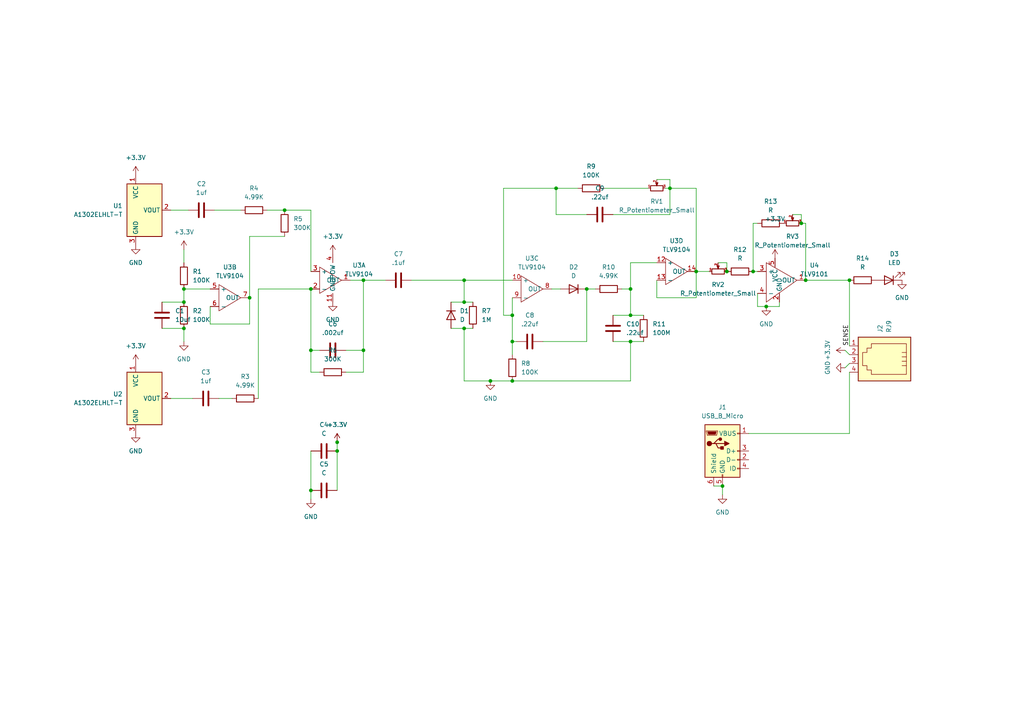
<source format=kicad_sch>
(kicad_sch (version 20211123) (generator eeschema)
  (paper "A4")
  (lib_symbols
    (symbol "Connector:RJ9" (pin_names (offset 1.016))
      (property "Reference" "J" (at -5.08 8.89 0))
      (property "Value" "RJ9" (at 2.54 8.89 0))
      (symbol "RJ9_0_1"
        (polyline (pts (xy -6.35 -0.635) (xy -5.08 -0.635) (xy -5.08 -0.635)))
        (polyline (pts (xy -6.35 0.635) (xy -5.08 0.635) (xy -5.08 0.635)))
        (polyline (pts (xy -6.35 1.905) (xy -5.08 1.905) (xy -5.08 1.905)))
        (polyline (pts (xy -6.35 3.175) (xy -5.08 3.175) (xy -5.08 3.175)))
        (polyline (pts (xy -6.35 -3.175) (xy -6.35 5.715) (xy -1.27 5.715) (xy 3.81 5.715) (xy 3.81 4.445) (xy 5.08 4.445) (xy 5.08 3.175) (xy 6.35 3.175) (xy 6.35 -0.635) (xy 5.08 -0.635) (xy 5.08 -1.905) (xy 3.81 -1.905) (xy 3.81 -3.175) (xy -6.35 -3.175) (xy -6.35 -3.175)))
        (rectangle (start 7.62 7.62) (end -7.62 -5.08) (stroke (width 0.254)) (fill (type background)))
      )
      (symbol "RJ9_1_1"
        (pin passive line (at 10.16 -2.54 180) (length 2.54) (name "~") (number "1"))
        (pin passive line (at 10.16 0 180) (length 2.54) (name "~") (number "2"))
        (pin passive line (at 10.16 2.54 180) (length 2.54) (name "~") (number "3"))
        (pin passive line (at 10.16 5.08 180) (length 2.54) (name "~") (number "4"))
      )
    )
    (symbol "Connector:USB_B_Micro" (pin_names (offset 1.016))
      (property "Reference" "J" (at -5.08 11.43 0))
      (property "Value" "USB_B_Micro" (at -5.08 8.89 0))
      (symbol "USB_B_Micro_0_1"
        (rectangle (start -5.08 -7.62) (end 5.08 7.62) (stroke (width 0.254)) (fill (type background)))
        (circle (center -3.81 2.159) (radius 0.635) (stroke (width 0.254)) (fill (type outline)))
        (circle (center -0.635 3.429) (radius 0.381) (stroke (width 0.254)) (fill (type outline)))
        (rectangle (start -0.127 -7.62) (end 0.127 -6.858))
        (polyline (pts (xy -1.905 2.159) (xy 0.635 2.159)) (stroke (width 0.254)))
        (polyline (pts (xy -3.175 2.159) (xy -2.54 2.159) (xy -1.27 3.429) (xy -0.635 3.429)) (stroke (width 0.254)))
        (polyline (pts (xy -2.54 2.159) (xy -1.905 2.159) (xy -1.27 0.889) (xy 0 0.889)) (stroke (width 0.254)))
        (polyline (pts (xy 0.635 2.794) (xy 0.635 1.524) (xy 1.905 2.159) (xy 0.635 2.794)) (stroke (width 0.254)) (fill (type outline)))
        (polyline (pts (xy -4.318 5.588) (xy -1.778 5.588) (xy -2.032 4.826) (xy -4.064 4.826) (xy -4.318 5.588)) (fill (type outline)))
        (polyline (pts (xy -4.699 5.842) (xy -4.699 5.588) (xy -4.445 4.826) (xy -4.445 4.572) (xy -1.651 4.572) (xy -1.651 4.826) (xy -1.397 5.588) (xy -1.397 5.842) (xy -4.699 5.842)))
        (rectangle (start 0.254 1.27) (end -0.508 0.508) (stroke (width 0.254)) (fill (type outline)))
        (rectangle (start 5.08 -5.207) (end 4.318 -4.953))
        (rectangle (start 5.08 -2.667) (end 4.318 -2.413))
        (rectangle (start 5.08 -0.127) (end 4.318 0.127))
        (rectangle (start 5.08 4.953) (end 4.318 5.207))
      )
      (symbol "USB_B_Micro_1_1"
        (pin power_out line (at 7.62 5.08 180) (length 2.54) (name "VBUS") (number "1"))
        (pin bidirectional line (at 7.62 -2.54 180) (length 2.54) (name "D-") (number "2"))
        (pin bidirectional line (at 7.62 0 180) (length 2.54) (name "D+") (number "3"))
        (pin passive line (at 7.62 -5.08 180) (length 2.54) (name "ID") (number "4"))
        (pin power_out line (at 0 -10.16 90) (length 2.54) (name "GND") (number "5"))
        (pin passive line (at -2.54 -10.16 90) (length 2.54) (name "Shield") (number "6"))
      )
    )
    (symbol "Device:C" (pin_numbers hide) (pin_names (offset 0.254))
      (property "Reference" "C" (at 0.635 2.54 0))
      (property "Value" "C" (at 0.635 -2.54 0))
      (symbol "C_0_1"
        (polyline (pts (xy -2.032 -0.762) (xy 2.032 -0.762)) (stroke (width 0.508)))
        (polyline (pts (xy -2.032 0.762) (xy 2.032 0.762)) (stroke (width 0.508)))
      )
      (symbol "C_1_1"
        (pin passive line (at 0 3.81 270) (length 2.794) (name "~") (number "1"))
        (pin passive line (at 0 -3.81 90) (length 2.794) (name "~") (number "2"))
      )
    )
    (symbol "Device:D" (pin_numbers hide) (pin_names (offset 1.016) hide)
      (property "Reference" "D" (at 0 2.54 0))
      (property "Value" "D" (at 0 -2.54 0))
      (symbol "D_0_1"
        (polyline (pts (xy -1.27 1.27) (xy -1.27 -1.27)) (stroke (width 0.254)))
        (polyline (pts (xy 1.27 0) (xy -1.27 0)))
        (polyline (pts (xy 1.27 1.27) (xy 1.27 -1.27) (xy -1.27 0) (xy 1.27 1.27)) (stroke (width 0.254)))
      )
      (symbol "D_1_1"
        (pin passive line (at -3.81 0 0) (length 2.54) (name "K") (number "1"))
        (pin passive line (at 3.81 0 180) (length 2.54) (name "A") (number "2"))
      )
    )
    (symbol "Device:LED" (pin_numbers hide) (pin_names (offset 1.016) hide)
      (property "Reference" "D" (at 0 2.54 0))
      (property "Value" "LED" (at 0 -2.54 0))
      (symbol "LED_0_1"
        (polyline (pts (xy -1.27 -1.27) (xy -1.27 1.27)) (stroke (width 0.254)))
        (polyline (pts (xy -1.27 0) (xy 1.27 0)))
        (polyline (pts (xy 1.27 -1.27) (xy 1.27 1.27) (xy -1.27 0) (xy 1.27 -1.27)) (stroke (width 0.254)))
        (polyline (pts (xy -3.048 -0.762) (xy -4.572 -2.286) (xy -3.81 -2.286) (xy -4.572 -2.286) (xy -4.572 -1.524)))
        (polyline (pts (xy -1.778 -0.762) (xy -3.302 -2.286) (xy -2.54 -2.286) (xy -3.302 -2.286) (xy -3.302 -1.524)))
      )
      (symbol "LED_1_1"
        (pin passive line (at -3.81 0 0) (length 2.54) (name "K") (number "1"))
        (pin passive line (at 3.81 0 180) (length 2.54) (name "A") (number "2"))
      )
    )
    (symbol "Device:R" (pin_numbers hide) (pin_names (offset 0))
      (property "Reference" "R" (at 2.032 0 90))
      (property "Value" "R" (at 0 0 90))
      (symbol "R_0_1"
        (rectangle (start -1.016 -2.54) (end 1.016 2.54) (stroke (width 0.254)))
      )
      (symbol "R_1_1"
        (pin passive line (at 0 3.81 270) (length 1.27) (name "~") (number "1"))
        (pin passive line (at 0 -3.81 90) (length 1.27) (name "~") (number "2"))
      )
    )
    (symbol "Device:R_Potentiometer_Small" (pin_names (offset 1.016) hide)
      (property "Reference" "RV" (at -4.445 0 90))
      (property "Value" "R_Potentiometer_Small" (at -2.54 0 90))
      (symbol "R_Potentiometer_Small_0_1"
        (polyline (pts (xy 0.889 0) (xy 0.635 0) (xy 1.651 0.381) (xy 1.651 -0.381) (xy 0.635 0) (xy 0.889 0)) (fill (type outline)))
        (rectangle (start 0.762 1.8034) (end -0.762 -1.8034) (stroke (width 0.254)))
      )
      (symbol "R_Potentiometer_Small_1_1"
        (pin passive line (at 0 2.54 270) (length 0.635) (name "1") (number "1"))
        (pin passive line (at 2.54 0 180) (length 0.9906) (name "2") (number "2"))
        (pin passive line (at 0 -2.54 90) (length 0.635) (name "3") (number "3"))
      )
    )
    (symbol "Sensor_Magnetic:A1302ELHLT-T"
      (property "Reference" "U" (at 0 11.43 0))
      (property "Value" "A1302ELHLT-T" (at 0 8.89 0))
      (symbol "A1302ELHLT-T_0_1"
        (rectangle (start -5.08 7.62) (end 5.08 -7.62) (stroke (width 0.254)) (fill (type background)))
      )
      (symbol "A1302ELHLT-T_1_1"
        (pin power_in line (at -2.54 10.16 270) (length 2.54) (name "VCC") (number "1"))
        (pin output line (at 7.62 0 180) (length 2.54) (name "VOUT") (number "2"))
        (pin power_in line (at -2.54 -10.16 90) (length 2.54) (name "GND") (number "3"))
      )
    )
    (symbol "power:+3.3V" (power) (pin_names (offset 0))
      (property "Value" "+3.3V" (at 0 3.556 0))
      (symbol "+3.3V_0_1"
        (polyline (pts (xy -0.762 1.27) (xy 0 2.54)))
        (polyline (pts (xy 0 0) (xy 0 2.54)))
        (polyline (pts (xy 0 2.54) (xy 0.762 1.27)))
      )
      (symbol "+3.3V_1_1"
        (pin power_in line (at 0 0 90) (length 0) hide (name "+3.3V") (number "1"))
      )
    )
    (symbol "power:GND" (power) (pin_names (offset 0))
      (property "Value" "GND" (at 0 -3.81 0))
      (symbol "GND_0_1"
        (polyline (pts (xy 0 0) (xy 0 -1.27) (xy 1.27 -1.27) (xy 0 -2.54) (xy -1.27 -1.27) (xy 0 -1.27)))
      )
      (symbol "GND_1_1"
        (pin power_in line (at 0 0 270) (length 0) hide (name "GND") (number "1"))
      )
    )
    (symbol "sensor lib:TLV9101"
      (property "Reference" "U4" (at 13.97 4.3307 0))
      (property "Value" "TLV9101" (at 13.97 1.7907 0))
      (symbol "TLV9101_0_1"
        (polyline (pts (xy 0 5.08) (xy 0 -6.35) (xy 8.89 0) (xy 0 5.08)))
      )
      (symbol "TLV9101_1_1"
        (pin power_in line (at 11.43 0 180) (length 2.54) (name "OUT") (number "1"))
        (pin power_in line (at 3.81 -6.35 90) (length 2.54) (name "GND") (number "2"))
        (pin power_in line (at -2.54 2.54 0) (length 2.54) (name "+") (number "3"))
        (pin power_in line (at -2.54 -3.81 0) (length 2.54) (name "-") (number "4"))
        (pin power_in line (at 2.54 6.35 270) (length 2.54) (name "VCC") (number "5"))
      )
    )
    (symbol "sensor lib:TLV9104"
      (property "Reference" "U" (at 2.54 3.81 0))
      (property "Value" "TLV9104" (at 0 -5.08 0))
      (symbol "TLV9104_0_1"
        (polyline (pts (xy 0 3.81) (xy 6.35 0) (xy 0 -3.81) (xy 0 3.81)))
      )
      (symbol "TLV9104_1_1"
        (pin output line (at 8.89 0 180) (length 2.54) (name "OUT") (number "1"))
        (pin power_in line (at 3.81 -6.35 90) (length 2.54) (name "GND") (number "11"))
        (pin input line (at -2.54 -2.54 0) (length 2.54) (name "-") (number "2"))
        (pin input line (at -2.54 2.54 0) (length 2.54) (name "+") (number "3"))
        (pin power_in line (at 3.81 7.62 270) (length 2.54) (name "POW") (number "4"))
      )
      (symbol "TLV9104_2_1"
        (pin input line (at -2.54 2.54 0) (length 2.54) (name "+") (number "5"))
        (pin input line (at -2.54 -2.54 0) (length 2.54) (name "-") (number "6"))
        (pin output line (at 8.89 0 180) (length 2.54) (name "OUT") (number "7"))
      )
      (symbol "TLV9104_3_1"
        (pin input line (at -2.54 2.54 0) (length 2.54) (name "+") (number "10"))
        (pin output line (at 8.89 0 180) (length 2.54) (name "OUT") (number "8"))
        (pin input line (at -2.54 -2.54 0) (length 2.54) (name "-") (number "9"))
      )
      (symbol "TLV9104_4_1"
        (pin input line (at -2.54 2.54 0) (length 2.54) (name "+") (number "12"))
        (pin input line (at -2.54 -2.54 0) (length 2.54) (name "-") (number "13"))
        (pin output line (at 8.89 0 180) (length 2.54) (name "OUT") (number "14"))
      )
    )
  )
  (junction (at 148.59 91.44))
  (junction (at 90.17 101.6))
  (junction (at 233.68 81.28))
  (junction (at 201.93 78.74))
  (junction (at 182.88 91.44))
  (junction (at 182.88 83.82))
  (junction (at 53.34 87.63))
  (junction (at 218.44 78.74))
  (junction (at 72.39 86.36))
  (junction (at 209.55 140.97))
  (junction (at 97.79 130.81))
  (junction (at 53.34 95.25))
  (junction (at 246.38 81.28))
  (junction (at 97.79 128.27))
  (junction (at 161.29 54.61))
  (junction (at 148.59 110.49))
  (junction (at 142.24 110.49))
  (junction (at 170.18 83.82))
  (junction (at 194.31 54.61))
  (junction (at 148.59 99.06))
  (junction (at 134.62 95.25))
  (junction (at 134.62 87.63))
  (junction (at 182.88 99.06))
  (junction (at 90.17 83.82))
  (junction (at 90.17 142.24))
  (junction (at 82.55 60.96))
  (junction (at 134.62 81.28))
  (junction (at 232.41 64.77))
  (junction (at 53.34 83.82))
  (junction (at 222.25 88.9))
  (junction (at 210.82 78.74))
  (junction (at 105.41 81.28))
  (junction (at 105.41 101.6))
  (wire (pts (xy 74.93 83.82) (xy 74.93 115.57)))
  (wire (pts (xy 177.8 62.23) (xy 194.31 62.23)))
  (wire (pts (xy 217.17 125.73) (xy 246.38 125.73)))
  (wire (pts (xy 134.62 110.49) (xy 142.24 110.49)))
  (wire (pts (xy 72.39 68.58) (xy 72.39 86.36)))
  (wire (pts (xy 201.93 86.36) (xy 190.5 86.36)))
  (wire (pts (xy 146.05 91.44) (xy 146.05 54.61)))
  (wire (pts (xy 201.93 54.61) (xy 201.93 78.74)))
  (wire (pts (xy 182.88 91.44) (xy 186.69 91.44)))
  (wire (pts (xy 148.59 91.44) (xy 146.05 91.44)))
  (wire (pts (xy 146.05 54.61) (xy 161.29 54.61)))
  (wire (pts (xy 130.81 87.63) (xy 134.62 87.63)))
  (wire (pts (xy 218.44 78.74) (xy 219.71 78.74)))
  (wire (pts (xy 97.79 128.27) (xy 97.79 130.81)))
  (wire (pts (xy 46.99 95.25) (xy 53.34 95.25)))
  (wire (pts (xy 219.71 85.09) (xy 219.71 88.9)))
  (wire (pts (xy 60.96 88.9) (xy 60.96 93.98)))
  (wire (pts (xy 170.18 83.82) (xy 172.72 83.82)))
  (wire (pts (xy 60.96 93.98) (xy 72.39 93.98)))
  (wire (pts (xy 90.17 83.82) (xy 74.93 83.82)))
  (wire (pts (xy 194.31 54.61) (xy 201.93 54.61)))
  (wire (pts (xy 101.6 81.28) (xy 105.41 81.28)))
  (wire (pts (xy 77.47 60.96) (xy 82.55 60.96)))
  (wire (pts (xy 229.87 62.23) (xy 232.41 62.23)))
  (wire (pts (xy 201.93 78.74) (xy 201.93 86.36)))
  (wire (pts (xy 233.68 64.77) (xy 233.68 81.28)))
  (wire (pts (xy 62.23 60.96) (xy 69.85 60.96)))
  (wire (pts (xy 232.41 64.77) (xy 233.68 64.77)))
  (wire (pts (xy 82.55 60.96) (xy 90.17 60.96)))
  (wire (pts (xy 194.31 54.61) (xy 193.04 54.61)))
  (wire (pts (xy 90.17 142.24) (xy 90.17 144.78)))
  (wire (pts (xy 97.79 130.81) (xy 97.79 142.24)))
  (wire (pts (xy 182.88 99.06) (xy 186.69 99.06)))
  (wire (pts (xy 161.29 54.61) (xy 161.29 62.23)))
  (wire (pts (xy 219.71 64.77) (xy 218.44 64.77)))
  (wire (pts (xy 134.62 81.28) (xy 134.62 87.63)))
  (wire (pts (xy 90.17 107.95) (xy 92.71 107.95)))
  (wire (pts (xy 245.11 106.68) (xy 246.38 105.41)))
  (wire (pts (xy 148.59 86.36) (xy 148.59 91.44)))
  (wire (pts (xy 246.38 81.28) (xy 246.38 100.33)))
  (wire (pts (xy 134.62 81.28) (xy 148.59 81.28)))
  (wire (pts (xy 182.88 110.49) (xy 148.59 110.49)))
  (wire (pts (xy 222.25 88.9) (xy 226.06 88.9)))
  (wire (pts (xy 63.5 115.57) (xy 67.31 115.57)))
  (wire (pts (xy 182.88 76.2) (xy 190.5 76.2)))
  (wire (pts (xy 46.99 87.63) (xy 53.34 87.63)))
  (wire (pts (xy 170.18 83.82) (xy 170.18 99.06)))
  (wire (pts (xy 90.17 101.6) (xy 92.71 101.6)))
  (wire (pts (xy 226.06 88.9) (xy 226.06 87.63)))
  (wire (pts (xy 210.82 76.2) (xy 210.82 78.74)))
  (wire (pts (xy 161.29 62.23) (xy 170.18 62.23)))
  (wire (pts (xy 194.31 52.07) (xy 194.31 54.61)))
  (wire (pts (xy 148.59 99.06) (xy 148.59 102.87)))
  (wire (pts (xy 53.34 83.82) (xy 53.34 87.63)))
  (wire (pts (xy 100.33 107.95) (xy 105.41 107.95)))
  (wire (pts (xy 207.01 140.97) (xy 209.55 140.97)))
  (wire (pts (xy 208.28 76.2) (xy 210.82 76.2)))
  (wire (pts (xy 105.41 101.6) (xy 105.41 81.28)))
  (wire (pts (xy 180.34 83.82) (xy 182.88 83.82)))
  (wire (pts (xy 148.59 91.44) (xy 148.59 99.06)))
  (wire (pts (xy 233.68 81.28) (xy 246.38 81.28)))
  (wire (pts (xy 130.81 95.25) (xy 134.62 95.25)))
  (wire (pts (xy 246.38 107.95) (xy 246.38 125.73)))
  (wire (pts (xy 161.29 54.61) (xy 167.64 54.61)))
  (wire (pts (xy 218.44 64.77) (xy 218.44 78.74)))
  (wire (pts (xy 219.71 88.9) (xy 222.25 88.9)))
  (wire (pts (xy 119.38 81.28) (xy 134.62 81.28)))
  (wire (pts (xy 49.53 115.57) (xy 55.88 115.57)))
  (wire (pts (xy 209.55 140.97) (xy 209.55 143.51)))
  (wire (pts (xy 142.24 110.49) (xy 148.59 110.49)))
  (wire (pts (xy 190.5 52.07) (xy 194.31 52.07)))
  (wire (pts (xy 134.62 95.25) (xy 137.16 95.25)))
  (wire (pts (xy 53.34 72.39) (xy 53.34 76.2)))
  (wire (pts (xy 182.88 99.06) (xy 182.88 110.49)))
  (wire (pts (xy 53.34 83.82) (xy 60.96 83.82)))
  (wire (pts (xy 177.8 91.44) (xy 182.88 91.44)))
  (wire (pts (xy 134.62 95.25) (xy 134.62 110.49)))
  (wire (pts (xy 177.8 99.06) (xy 182.88 99.06)))
  (wire (pts (xy 53.34 95.25) (xy 53.34 99.06)))
  (wire (pts (xy 82.55 68.58) (xy 72.39 68.58)))
  (wire (pts (xy 90.17 83.82) (xy 90.17 101.6)))
  (wire (pts (xy 148.59 99.06) (xy 149.86 99.06)))
  (wire (pts (xy 194.31 62.23) (xy 194.31 54.61)))
  (wire (pts (xy 90.17 130.81) (xy 90.17 142.24)))
  (wire (pts (xy 201.93 78.74) (xy 205.74 78.74)))
  (wire (pts (xy 90.17 101.6) (xy 90.17 107.95)))
  (wire (pts (xy 100.33 101.6) (xy 105.41 101.6)))
  (wire (pts (xy 134.62 87.63) (xy 137.16 87.63)))
  (wire (pts (xy 90.17 60.96) (xy 90.17 78.74)))
  (wire (pts (xy 190.5 86.36) (xy 190.5 81.28)))
  (wire (pts (xy 49.53 60.96) (xy 54.61 60.96)))
  (wire (pts (xy 72.39 86.36) (xy 72.39 93.98)))
  (wire (pts (xy 182.88 83.82) (xy 182.88 76.2)))
  (wire (pts (xy 182.88 91.44) (xy 182.88 83.82)))
  (wire (pts (xy 175.26 54.61) (xy 187.96 54.61)))
  (wire (pts (xy 245.11 101.6) (xy 246.38 102.87)))
  (wire (pts (xy 170.18 99.06) (xy 157.48 99.06)))
  (wire (pts (xy 105.41 81.28) (xy 111.76 81.28)))
  (wire (pts (xy 105.41 107.95) (xy 105.41 101.6)))
  (wire (pts (xy 232.41 62.23) (xy 232.41 64.77)))
  (wire (pts (xy 160.02 83.82) (xy 162.56 83.82)))
  (label "SENSE" (at 246.38 100.33 90))
  (symbol (lib_id "Device:C") (at 96.52 101.6 90) (unit 1)
    (property "Reference" "C6" (at 96.52 93.98 90))
    (property "Value" ".002uf" (at 96.52 96.52 90))
    (property "Footprint" "Capacitor_SMD:C_0805_2012Metric_Pad1.18x1.45mm_HandSolder" (effects hide))
  )
  (symbol (lib_id "Device:R_Potentiometer_Small") (at 208.28 78.74 90) (unit 1)
    (property "Reference" "RV2" (at 208.28 82.55 90))
    (property "Value" "R_Potentiometer_Small" (at 208.28 85.09 90))
    (property "Footprint" "Potentiometer_SMD:Potentiometer_Bourns_TC33X_Vertical" (effects hide))
  )
  (symbol (lib_id "Device:C") (at 153.67 99.06 90) (unit 1)
    (property "Reference" "C8" (at 153.67 91.44 90))
    (property "Value" ".22uf" (at 153.67 93.98 90))
    (property "Footprint" "Capacitor_SMD:C_0805_2012Metric_Pad1.18x1.45mm_HandSolder" (effects hide))
  )
  (symbol (lib_id "power:+3.3V") (at 96.52 73.66 0) (unit 1)
    (property "Reference" "#PWR0118" (effects hide))
    (property "Value" "+3.3V" (at 96.52 68.58 0))
  )
  (symbol (lib_id "Device:R") (at 176.53 83.82 90) (unit 1)
    (property "Reference" "R10" (at 176.53 77.47 90))
    (property "Value" "4.99K" (at 176.53 80.01 90))
    (property "Footprint" "Resistor_SMD:R_1206_3216Metric_Pad1.30x1.75mm_HandSolder" (effects hide))
  )
  (symbol (lib_id "power:GND") (at 209.55 143.51 0) (unit 1)
    (property "Reference" "#PWR0105" (effects hide))
    (property "Value" "GND" (at 209.55 148.59 0))
  )
  (symbol (lib_id "Device:R") (at 148.59 106.68 180) (unit 1)
    (property "Reference" "R8" (at 151.13 105.4099 0) (effects (justify right)))
    (property "Value" "100K" (at 151.13 107.9499 0) (effects (justify right)))
    (property "Footprint" "Resistor_SMD:R_1206_3216Metric_Pad1.30x1.75mm_HandSolder" (effects hide))
  )
  (symbol (lib_id "Device:C") (at 46.99 91.44 0) (unit 1)
    (property "Reference" "C1" (at 50.8 90.1699 0) (effects (justify left)))
    (property "Value" "10uf" (at 50.8 92.7099 0) (effects (justify left)))
    (property "Footprint" "Capacitor_SMD:C_0805_2012Metric_Pad1.18x1.45mm_HandSolder" (effects hide))
  )
  (symbol (lib_id "Device:R") (at 171.45 54.61 270) (unit 1)
    (property "Reference" "R9" (at 171.45 48.26 90))
    (property "Value" "100K" (at 171.45 50.8 90))
    (property "Footprint" "Resistor_SMD:R_1206_3216Metric_Pad1.30x1.75mm_HandSolder" (effects hide))
  )
  (symbol (lib_id "Device:R_Potentiometer_Small") (at 229.87 64.77 90) (unit 1)
    (property "Reference" "RV3" (at 229.87 68.58 90))
    (property "Value" "R_Potentiometer_Small" (at 229.87 71.12 90))
    (property "Footprint" "Potentiometer_SMD:Potentiometer_Bourns_TC33X_Vertical" (effects hide))
  )
  (symbol (lib_id "power:GND") (at 142.24 110.49 0) (unit 1)
    (property "Reference" "#PWR0113" (effects hide))
    (property "Value" "GND" (at 142.24 115.57 0))
  )
  (symbol (lib_id "Device:R") (at 53.34 80.01 0) (unit 1)
    (property "Reference" "R1" (at 55.88 78.7399 0) (effects (justify left)))
    (property "Value" "100K" (at 55.88 81.2799 0) (effects (justify left)))
    (property "Footprint" "Resistor_SMD:R_1206_3216Metric_Pad1.30x1.75mm_HandSolder" (effects hide))
  )
  (symbol (lib_id "power:GND") (at 90.17 144.78 0) (unit 1)
    (property "Reference" "#PWR0114" (effects hide))
    (property "Value" "GND" (at 90.17 149.86 0))
  )
  (symbol (lib_id "Device:LED") (at 257.81 81.28 180) (unit 1)
    (property "Reference" "D3" (at 259.3975 73.66 0))
    (property "Value" "LED" (at 259.3975 76.2 0))
    (property "Footprint" "LED_SMD:LED_1206_3216Metric_Pad1.42x1.75mm_HandSolder" (effects hide))
  )
  (symbol (lib_id "sensor lib:TLV9104") (at 63.5 86.36 0) (unit 2)
    (property "Reference" "U3" (at 66.675 77.47 0))
    (property "Value" "TLV9104" (at 66.675 80.01 0))
    (property "Footprint" "Package_SO:TSSOP-14_4.4x5mm_P0.65mm" (effects hide))
  )
  (symbol (lib_id "Sensor_Magnetic:A1302ELHLT-T") (at 41.91 115.57 0) (unit 1)
    (property "Reference" "U2" (at 35.56 114.2999 0) (effects (justify right)))
    (property "Value" "A1302ELHLT-T" (at 35.56 116.8399 0) (effects (justify right)))
    (property "Footprint" "Package_TO_SOT_THT:TO-92L_Inline" (effects hide))
    (property "Datasheet" "http://www.allegromicro.com/~/media/Files/Datasheets/A1301-2-Datasheet.ashx" (effects hide))
  )
  (symbol (lib_id "Device:R_Potentiometer_Small") (at 190.5 54.61 90) (unit 1)
    (property "Reference" "RV1" (at 190.5 58.42 90))
    (property "Value" "R_Potentiometer_Small" (at 190.5 60.96 90))
    (property "Footprint" "Potentiometer_SMD:Potentiometer_Bourns_TC33X_Vertical" (effects hide))
  )
  (symbol (lib_id "power:+3.3V") (at 224.79 74.93 0) (unit 1)
    (property "Reference" "#PWR0104" (effects hide))
    (property "Value" "+3.3V" (at 224.79 63.5 0))
  )
  (symbol (lib_id "power:GND") (at 53.34 99.06 0) (unit 1)
    (property "Reference" "#PWR0107" (effects hide))
    (property "Value" "GND" (at 53.34 104.14 0))
  )
  (symbol (lib_id "power:+3.3V") (at 97.79 128.27 0) (unit 1)
    (property "Reference" "#PWR0115" (effects hide))
    (property "Value" "+3.3V" (at 97.79 123.19 0))
  )
  (symbol (lib_id "power:GND") (at 222.25 88.9 0) (unit 1)
    (property "Reference" "#PWR0102" (effects hide))
    (property "Value" "GND" (at 222.25 93.98 0))
  )
  (symbol (lib_id "Device:R") (at 53.34 91.44 0) (unit 1)
    (property "Reference" "R2" (at 55.88 90.1699 0) (effects (justify left)))
    (property "Value" "100K" (at 55.88 92.7099 0) (effects (justify left)))
    (property "Footprint" "Resistor_SMD:R_1206_3216Metric_Pad1.30x1.75mm_HandSolder" (effects hide))
  )
  (symbol (lib_id "Device:C") (at 59.69 115.57 90) (unit 1)
    (property "Reference" "C3" (at 59.69 107.95 90))
    (property "Value" "1uf" (at 59.69 110.49 90))
    (property "Footprint" "Capacitor_SMD:C_0805_2012Metric_Pad1.18x1.45mm_HandSolder" (effects hide))
  )
  (symbol (lib_id "power:+3.3V") (at 245.11 101.6 90) (unit 1)
    (property "Reference" "#PWR0103" (effects hide))
    (property "Value" "+3.3V" (at 240.03 101.6 0))
  )
  (symbol (lib_id "power:GND") (at 261.62 81.28 0) (unit 1)
    (property "Reference" "#PWR0106" (effects hide))
    (property "Value" "GND" (at 261.62 86.36 0))
  )
  (symbol (lib_id "Device:D") (at 166.37 83.82 180) (unit 1)
    (property "Reference" "D2" (at 166.37 77.47 0))
    (property "Value" "D" (at 166.37 80.01 0))
    (property "Footprint" "Diode_SMD:D_SOD-123" (effects hide))
    (property "Datasheet" "https://www.digikey.com/en/products/detail/diodes-incorporated/1N4148W-13-F/1933928" (effects hide))
  )
  (symbol (lib_id "Device:C") (at 177.8 95.25 180) (unit 1)
    (property "Reference" "C10" (at 181.61 93.9799 0) (effects (justify right)))
    (property "Value" ".22uf" (at 181.61 96.5199 0) (effects (justify right)))
    (property "Footprint" "Capacitor_SMD:C_0805_2012Metric_Pad1.18x1.45mm_HandSolder" (effects hide))
  )
  (symbol (lib_id "power:+3.3V") (at 39.37 50.8 0) (unit 1)
    (property "Reference" "#PWR0111" (effects hide))
    (property "Value" "+3.3V" (at 39.37 45.72 0))
  )
  (symbol (lib_id "power:GND") (at 39.37 125.73 0) (unit 1)
    (property "Reference" "#PWR0108" (effects hide))
    (property "Value" "GND" (at 39.37 130.81 0))
  )
  (symbol (lib_id "power:GND") (at 39.37 71.12 0) (unit 1)
    (property "Reference" "#PWR0110" (effects hide))
    (property "Value" "GND" (at 39.37 76.2 0))
  )
  (symbol (lib_id "power:GND") (at 245.11 106.68 270) (unit 1)
    (property "Reference" "#PWR0101" (effects hide))
    (property "Value" "GND" (at 240.03 106.68 0))
  )
  (symbol (lib_id "Connector:RJ9") (at 256.54 102.87 180) (unit 1)
    (property "Reference" "J2" (at 255.2699 96.52 90) (effects (justify right)))
    (property "Value" "RJ9" (at 257.8099 96.52 90) (effects (justify right)))
    (property "Footprint" "projlib:modjack" (effects hide))
  )
  (symbol (lib_id "Device:R") (at 223.52 64.77 90) (unit 1)
    (property "Reference" "R13" (at 223.52 58.42 90))
    (property "Value" "R" (at 223.52 60.96 90))
    (property "Footprint" "Resistor_SMD:R_1206_3216Metric_Pad1.30x1.75mm_HandSolder" (effects hide))
  )
  (symbol (lib_id "sensor lib:TLV9101") (at 222.25 81.28 0) (unit 1)
    (property "Reference" "U4" (at 236.22 76.9493 0))
    (property "Value" "TLV9101" (at 236.22 79.4893 0))
    (property "Footprint" "Package_TO_SOT_SMD:SOT-353_SC-70-5_Handsoldering" (effects hide))
  )
  (symbol (lib_id "Device:R") (at 71.12 115.57 90) (unit 1)
    (property "Reference" "R3" (at 71.12 109.22 90))
    (property "Value" "4.99K" (at 71.12 111.76 90))
    (property "Footprint" "Resistor_SMD:R_1206_3216Metric_Pad1.30x1.75mm_HandSolder" (effects hide))
  )
  (symbol (lib_id "Device:R") (at 96.52 107.95 90) (unit 1)
    (property "Reference" "R6" (at 96.52 101.6 90))
    (property "Value" "300K" (at 96.52 104.14 90))
    (property "Footprint" "Resistor_SMD:R_1206_3216Metric_Pad1.30x1.75mm_HandSolder" (effects hide))
  )
  (symbol (lib_id "Device:C") (at 115.57 81.28 90) (unit 1)
    (property "Reference" "C7" (at 115.57 73.66 90))
    (property "Value" ".1uf" (at 115.57 76.2 90))
    (property "Footprint" "Capacitor_SMD:C_0805_2012Metric_Pad1.18x1.45mm_HandSolder" (effects hide))
  )
  (symbol (lib_id "Device:C") (at 173.99 62.23 270) (unit 1)
    (property "Reference" "C9" (at 173.99 54.61 90))
    (property "Value" ".22uf" (at 173.99 57.15 90))
    (property "Footprint" "Capacitor_SMD:C_0805_2012Metric_Pad1.18x1.45mm_HandSolder" (effects hide))
  )
  (symbol (lib_id "Device:D") (at 130.81 91.44 270) (unit 1)
    (property "Reference" "D1" (at 133.35 90.1699 90) (effects (justify left)))
    (property "Value" "D" (at 133.35 92.7099 90) (effects (justify left)))
    (property "Footprint" "Diode_SMD:D_SOD-123" (effects hide))
    (property "Datasheet" "https://www.digikey.com/en/products/detail/diodes-incorporated/1N4148W-13-F/1933928" (effects hide))
  )
  (symbol (lib_id "Device:C") (at 93.98 130.81 90) (unit 1)
    (property "Reference" "C4" (at 93.98 123.19 90))
    (property "Value" "C" (at 93.98 125.73 90))
    (property "Footprint" "Capacitor_SMD:C_0805_2012Metric_Pad1.18x1.45mm_HandSolder" (effects hide))
  )
  (symbol (lib_id "Connector:USB_B_Micro") (at 209.55 130.81 0) (unit 1)
    (property "Reference" "J1" (at 209.55 118.11 0))
    (property "Value" "USB_B_Micro" (at 209.55 120.65 0))
    (property "Footprint" "Connector_USB:USB_Micro-B_Amphenol_10118194_Horizontal" (effects hide))
  )
  (symbol (lib_id "Device:R") (at 250.19 81.28 90) (unit 1)
    (property "Reference" "R14" (at 250.19 74.93 90))
    (property "Value" "R" (at 250.19 77.47 90))
    (property "Footprint" "Resistor_SMD:R_1206_3216Metric_Pad1.30x1.75mm_HandSolder" (effects hide))
  )
  (symbol (lib_id "Device:C") (at 93.98 142.24 90) (unit 1)
    (property "Reference" "C5" (at 93.98 134.62 90))
    (property "Value" "C" (at 93.98 137.16 90))
    (property "Footprint" "Capacitor_SMD:C_0805_2012Metric_Pad1.18x1.45mm_HandSolder" (effects hide))
  )
  (symbol (lib_id "power:+3.3V") (at 39.37 105.41 0) (unit 1)
    (property "Reference" "#PWR0109" (effects hide))
    (property "Value" "+3.3V" (at 39.37 100.33 0))
  )
  (symbol (lib_id "Sensor_Magnetic:A1302ELHLT-T") (at 41.91 60.96 0) (unit 1)
    (property "Reference" "U1" (at 35.56 59.6899 0) (effects (justify right)))
    (property "Value" "A1302ELHLT-T" (at 35.56 62.2299 0) (effects (justify right)))
    (property "Footprint" "Package_TO_SOT_THT:TO-92L_Inline" (effects hide))
    (property "Datasheet" "http://www.allegromicro.com/~/media/Files/Datasheets/A1301-2-Datasheet.ashx" (effects hide))
  )
  (symbol (lib_id "Device:R") (at 186.69 95.25 0) (unit 1)
    (property "Reference" "R11" (at 189.23 93.9799 0) (effects (justify left)))
    (property "Value" "100M" (at 189.23 96.5199 0) (effects (justify left)))
    (property "Footprint" "Resistor_SMD:R_1206_3216Metric_Pad1.30x1.75mm_HandSolder" (effects hide))
  )
  (symbol (lib_id "Device:R") (at 137.16 91.44 180) (unit 1)
    (property "Reference" "R7" (at 139.7 90.1699 0) (effects (justify right)))
    (property "Value" "1M" (at 139.7 92.7099 0) (effects (justify right)))
    (property "Footprint" "Resistor_SMD:R_1206_3216Metric_Pad1.30x1.75mm_HandSolder" (effects hide))
  )
  (symbol (lib_id "Device:C") (at 58.42 60.96 270) (unit 1)
    (property "Reference" "C2" (at 58.42 53.34 90))
    (property "Value" "1uf" (at 58.42 55.88 90))
    (property "Footprint" "Capacitor_SMD:C_0805_2012Metric_Pad1.18x1.45mm_HandSolder" (effects hide))
  )
  (symbol (lib_id "power:+3.3V") (at 53.34 72.39 0) (unit 1)
    (property "Reference" "#PWR0112" (effects hide))
    (property "Value" "+3.3V" (at 53.34 67.31 0))
  )
  (symbol (lib_id "Device:R") (at 82.55 64.77 0) (unit 1)
    (property "Reference" "R5" (at 85.09 63.4999 0) (effects (justify left)))
    (property "Value" "300K" (at 85.09 66.0399 0) (effects (justify left)))
    (property "Footprint" "Resistor_SMD:R_1206_3216Metric_Pad1.30x1.75mm_HandSolder" (effects hide))
  )
  (symbol (lib_id "power:+3.3V") (at 97.79 128.27 0) (unit 1)
    (property "Reference" "#PWR0116" (effects hide))
    (property "Value" "+3.3V" (at 97.79 123.19 0))
  )
  (symbol (lib_id "Device:R") (at 214.63 78.74 90) (unit 1)
    (property "Reference" "R12" (at 214.63 72.39 90))
    (property "Value" "R" (at 214.63 74.93 90))
    (property "Footprint" "Resistor_SMD:R_1206_3216Metric_Pad1.30x1.75mm_HandSolder" (effects hide))
  )
  (symbol (lib_id "sensor lib:TLV9104") (at 151.13 83.82 0) (unit 3)
    (property "Reference" "U3" (at 154.305 74.93 0))
    (property "Value" "TLV9104" (at 154.305 77.47 0))
    (property "Footprint" "Package_SO:TSSOP-14_4.4x5mm_P0.65mm" (effects hide))
  )
  (symbol (lib_id "Device:R") (at 73.66 60.96 90) (unit 1)
    (property "Reference" "R4" (at 73.66 54.61 90))
    (property "Value" "4.99K" (at 73.66 57.15 90))
    (property "Footprint" "Resistor_SMD:R_1206_3216Metric_Pad1.30x1.75mm_HandSolder" (effects hide))
  )
  (symbol (lib_id "sensor lib:TLV9104") (at 92.71 81.28 0) (unit 1)
    (property "Reference" "U3" (at 104.14 76.9493 0))
    (property "Value" "TLV9104" (at 104.14 79.4893 0))
    (property "Footprint" "Package_SO:TSSOP-14_4.4x5mm_P0.65mm" (effects hide))
  )
  (symbol (lib_id "sensor lib:TLV9104") (at 193.04 78.74 0) (unit 4)
    (property "Reference" "U3" (at 196.215 69.85 0))
    (property "Value" "TLV9104" (at 196.215 72.39 0))
    (property "Footprint" "Package_SO:TSSOP-14_4.4x5mm_P0.65mm" (effects hide))
  )
  (symbol (lib_id "power:GND") (at 96.52 87.63 0) (unit 1)
    (property "Reference" "#PWR0117" (effects hide))
    (property "Value" "GND" (at 96.52 92.71 0))
  )
)
</source>
